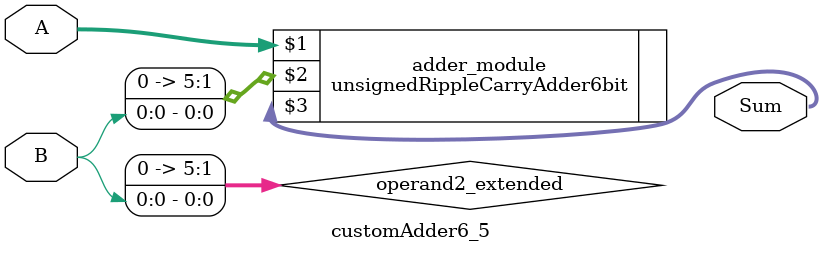
<source format=v>

module customAdder6_5(
                    input [5 : 0] A,
                    input [0 : 0] B,
                    
                    output [6 : 0] Sum
            );

    wire [5 : 0] operand2_extended;
    
    assign operand2_extended =  {5'b0, B};
    
    unsignedRippleCarryAdder6bit adder_module(
        A,
        operand2_extended,
        Sum
    );
    
endmodule
        
</source>
